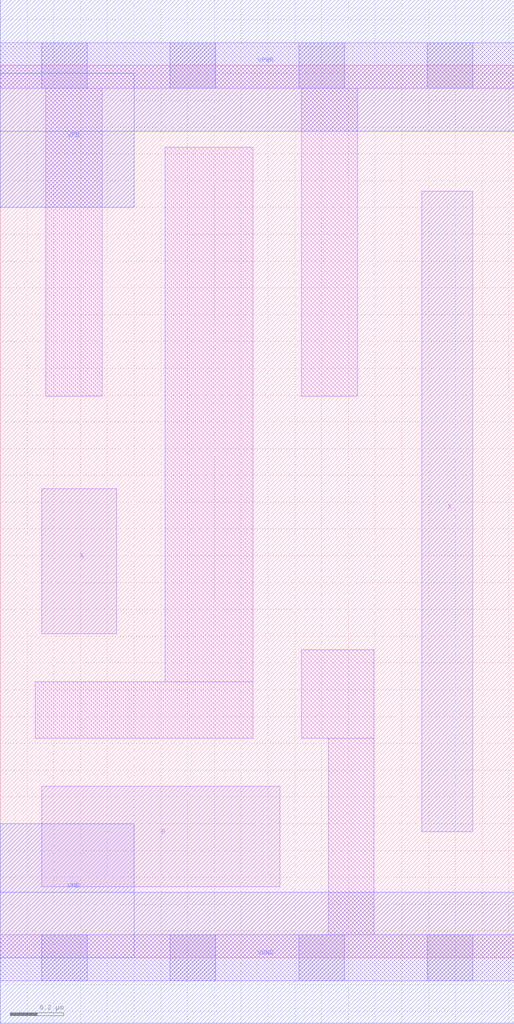
<source format=lef>
# Copyright 2020 The SkyWater PDK Authors
#
# Licensed under the Apache License, Version 2.0 (the "License");
# you may not use this file except in compliance with the License.
# You may obtain a copy of the License at
#
#     https://www.apache.org/licenses/LICENSE-2.0
#
# Unless required by applicable law or agreed to in writing, software
# distributed under the License is distributed on an "AS IS" BASIS,
# WITHOUT WARRANTIES OR CONDITIONS OF ANY KIND, either express or implied.
# See the License for the specific language governing permissions and
# limitations under the License.
#
# SPDX-License-Identifier: Apache-2.0

VERSION 5.5 ;
NAMESCASESENSITIVE ON ;
BUSBITCHARS "[]" ;
DIVIDERCHAR "/" ;
MACRO sky130_fd_sc_lp__and2_m
  CLASS CORE ;
  SOURCE USER ;
  ORIGIN  0.000000  0.000000 ;
  SIZE  1.920000 BY  3.330000 ;
  SYMMETRY X Y R90 ;
  SITE unit ;
  PIN A
    ANTENNAGATEAREA  0.126000 ;
    DIRECTION INPUT ;
    USE SIGNAL ;
    PORT
      LAYER li1 ;
        RECT 0.155000 1.210000 0.435000 1.750000 ;
    END
  END A
  PIN B
    ANTENNAGATEAREA  0.126000 ;
    DIRECTION INPUT ;
    USE SIGNAL ;
    PORT
      LAYER li1 ;
        RECT 0.155000 0.265000 1.045000 0.640000 ;
    END
  END B
  PIN X
    ANTENNADIFFAREA  0.222600 ;
    DIRECTION OUTPUT ;
    USE SIGNAL ;
    PORT
      LAYER li1 ;
        RECT 1.575000 0.470000 1.765000 2.860000 ;
    END
  END X
  PIN VGND
    DIRECTION INOUT ;
    USE GROUND ;
    PORT
      LAYER met1 ;
        RECT 0.000000 -0.245000 1.920000 0.245000 ;
    END
  END VGND
  PIN VNB
    DIRECTION INOUT ;
    USE GROUND ;
    PORT
      LAYER met1 ;
        RECT 0.000000 0.000000 0.500000 0.500000 ;
    END
  END VNB
  PIN VPB
    DIRECTION INOUT ;
    USE POWER ;
    PORT
      LAYER met1 ;
        RECT 0.000000 2.800000 0.500000 3.300000 ;
    END
  END VPB
  PIN VPWR
    DIRECTION INOUT ;
    USE POWER ;
    PORT
      LAYER met1 ;
        RECT 0.000000 3.085000 1.920000 3.575000 ;
    END
  END VPWR
  OBS
    LAYER li1 ;
      RECT 0.000000 -0.085000 1.920000 0.085000 ;
      RECT 0.000000  3.245000 1.920000 3.415000 ;
      RECT 0.130000  0.820000 0.945000 1.030000 ;
      RECT 0.170000  2.095000 0.380000 3.245000 ;
      RECT 0.615000  1.030000 0.945000 3.025000 ;
      RECT 1.125000  0.820000 1.395000 1.150000 ;
      RECT 1.125000  2.095000 1.335000 3.245000 ;
      RECT 1.225000  0.085000 1.395000 0.820000 ;
    LAYER mcon ;
      RECT 0.155000 -0.085000 0.325000 0.085000 ;
      RECT 0.155000  3.245000 0.325000 3.415000 ;
      RECT 0.635000 -0.085000 0.805000 0.085000 ;
      RECT 0.635000  3.245000 0.805000 3.415000 ;
      RECT 1.115000 -0.085000 1.285000 0.085000 ;
      RECT 1.115000  3.245000 1.285000 3.415000 ;
      RECT 1.595000 -0.085000 1.765000 0.085000 ;
      RECT 1.595000  3.245000 1.765000 3.415000 ;
  END
END sky130_fd_sc_lp__and2_m
END LIBRARY

</source>
